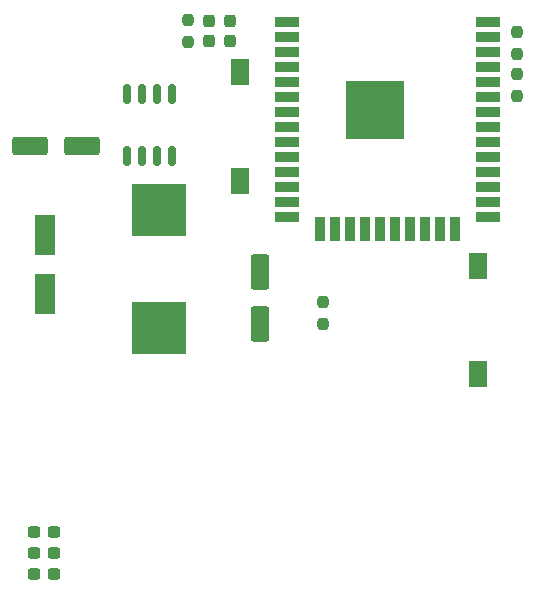
<source format=gbr>
%TF.GenerationSoftware,KiCad,Pcbnew,5.99.0-unknown-5c21f93803~130~ubuntu20.04.1*%
%TF.CreationDate,2021-06-27T12:50:21+02:00*%
%TF.ProjectId,ESP32-Reflow,45535033-322d-4526-9566-6c6f772e6b69,rev?*%
%TF.SameCoordinates,Original*%
%TF.FileFunction,Paste,Top*%
%TF.FilePolarity,Positive*%
%FSLAX46Y46*%
G04 Gerber Fmt 4.6, Leading zero omitted, Abs format (unit mm)*
G04 Created by KiCad (PCBNEW 5.99.0-unknown-5c21f93803~130~ubuntu20.04.1) date 2021-06-27 12:50:21*
%MOMM*%
%LPD*%
G01*
G04 APERTURE LIST*
G04 Aperture macros list*
%AMRoundRect*
0 Rectangle with rounded corners*
0 $1 Rounding radius*
0 $2 $3 $4 $5 $6 $7 $8 $9 X,Y pos of 4 corners*
0 Add a 4 corners polygon primitive as box body*
4,1,4,$2,$3,$4,$5,$6,$7,$8,$9,$2,$3,0*
0 Add four circle primitives for the rounded corners*
1,1,$1+$1,$2,$3*
1,1,$1+$1,$4,$5*
1,1,$1+$1,$6,$7*
1,1,$1+$1,$8,$9*
0 Add four rect primitives between the rounded corners*
20,1,$1+$1,$2,$3,$4,$5,0*
20,1,$1+$1,$4,$5,$6,$7,0*
20,1,$1+$1,$6,$7,$8,$9,0*
20,1,$1+$1,$8,$9,$2,$3,0*%
G04 Aperture macros list end*
%ADD10R,4.562100X4.462100*%
%ADD11RoundRect,0.237500X-0.300000X-0.237500X0.300000X-0.237500X0.300000X0.237500X-0.300000X0.237500X0*%
%ADD12RoundRect,0.237500X-0.237500X0.250000X-0.237500X-0.250000X0.237500X-0.250000X0.237500X0.250000X0*%
%ADD13RoundRect,0.250000X-0.550000X1.250000X-0.550000X-1.250000X0.550000X-1.250000X0.550000X1.250000X0*%
%ADD14RoundRect,0.237500X0.237500X-0.300000X0.237500X0.300000X-0.237500X0.300000X-0.237500X-0.300000X0*%
%ADD15R,2.000000X0.900000*%
%ADD16R,0.900000X2.000000*%
%ADD17R,5.000000X5.000000*%
%ADD18R,1.600000X2.180000*%
%ADD19RoundRect,0.250000X-1.250000X-0.550000X1.250000X-0.550000X1.250000X0.550000X-1.250000X0.550000X0*%
%ADD20R,1.800000X3.500000*%
%ADD21RoundRect,0.150000X0.150000X-0.675000X0.150000X0.675000X-0.150000X0.675000X-0.150000X-0.675000X0*%
%ADD22RoundRect,0.237500X0.237500X-0.250000X0.237500X0.250000X-0.237500X0.250000X-0.237500X-0.250000X0*%
G04 APERTURE END LIST*
D10*
%TO.C,L1*%
X118920000Y-93390000D03*
X118920000Y-103390000D03*
%TD*%
D11*
%TO.C,C7*%
X108337500Y-124200000D03*
X110062500Y-124200000D03*
%TD*%
%TO.C,C6*%
X108337500Y-122400000D03*
X110062500Y-122400000D03*
%TD*%
%TO.C,C5*%
X108337500Y-120600000D03*
X110062500Y-120600000D03*
%TD*%
D12*
%TO.C,R4*%
X132800000Y-101187500D03*
X132800000Y-103012500D03*
%TD*%
%TO.C,R3*%
X149300000Y-78287500D03*
X149300000Y-80112500D03*
%TD*%
D13*
%TO.C,C4*%
X127500000Y-98600000D03*
X127500000Y-103000000D03*
%TD*%
D14*
%TO.C,C3*%
X123200000Y-79062500D03*
X123200000Y-77337500D03*
%TD*%
D15*
%TO.C,U2*%
X129770000Y-77435000D03*
X129770000Y-78705000D03*
X129770000Y-79975000D03*
X129770000Y-81245000D03*
X129770000Y-82515000D03*
X129770000Y-83785000D03*
X129770000Y-85055000D03*
X129770000Y-86325000D03*
X129770000Y-87595000D03*
X129770000Y-88865000D03*
X129770000Y-90135000D03*
X129770000Y-91405000D03*
X129770000Y-92675000D03*
X129770000Y-93945000D03*
D16*
X132555000Y-94945000D03*
X133825000Y-94945000D03*
X135095000Y-94945000D03*
X136365000Y-94945000D03*
X137635000Y-94945000D03*
X138905000Y-94945000D03*
X140175000Y-94945000D03*
X141445000Y-94945000D03*
X142715000Y-94945000D03*
X143985000Y-94945000D03*
D15*
X146770000Y-93945000D03*
X146770000Y-92675000D03*
X146770000Y-91405000D03*
X146770000Y-90135000D03*
X146770000Y-88865000D03*
X146770000Y-87595000D03*
X146770000Y-86325000D03*
X146770000Y-85055000D03*
X146770000Y-83785000D03*
X146770000Y-82515000D03*
X146770000Y-81245000D03*
X146770000Y-79975000D03*
X146770000Y-78705000D03*
X146770000Y-77435000D03*
D17*
X137270000Y-84935000D03*
%TD*%
D18*
%TO.C,SW1*%
X125770000Y-90865000D03*
X125770000Y-81685000D03*
%TD*%
%TO.C,SW2*%
X145970000Y-98085000D03*
X145970000Y-107265000D03*
%TD*%
D14*
%TO.C,C2*%
X124992000Y-79052500D03*
X124992000Y-77327500D03*
%TD*%
D12*
%TO.C,R2*%
X149300000Y-81887500D03*
X149300000Y-83712500D03*
%TD*%
D19*
%TO.C,C1*%
X108070000Y-87940000D03*
X112470000Y-87940000D03*
%TD*%
D20*
%TO.C,D1*%
X109270000Y-95440000D03*
X109270000Y-100440000D03*
%TD*%
D21*
%TO.C,U1*%
X116265000Y-88815000D03*
X117535000Y-88815000D03*
X118805000Y-88815000D03*
X120075000Y-88815000D03*
X120075000Y-83565000D03*
X118805000Y-83565000D03*
X117535000Y-83565000D03*
X116265000Y-83565000D03*
%TD*%
D22*
%TO.C,R1*%
X121400000Y-79112500D03*
X121400000Y-77287500D03*
%TD*%
M02*

</source>
